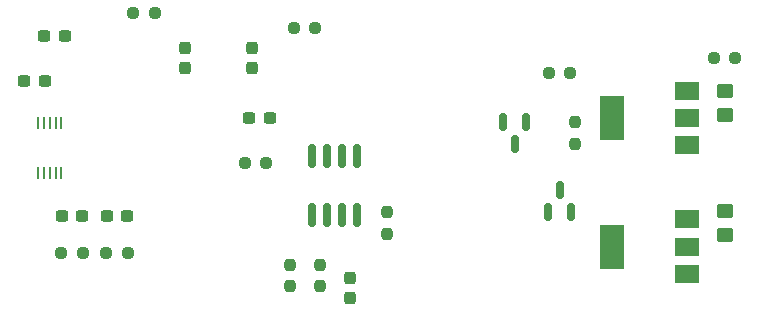
<source format=gbr>
%TF.GenerationSoftware,KiCad,Pcbnew,(6.0.2)*%
%TF.CreationDate,2022-04-20T12:38:45-07:00*%
%TF.ProjectId,audioModule2,61756469-6f4d-46f6-9475-6c65322e6b69,rev?*%
%TF.SameCoordinates,PX48ab840PY7b89fa0*%
%TF.FileFunction,Paste,Top*%
%TF.FilePolarity,Positive*%
%FSLAX46Y46*%
G04 Gerber Fmt 4.6, Leading zero omitted, Abs format (unit mm)*
G04 Created by KiCad (PCBNEW (6.0.2)) date 2022-04-20 12:38:45*
%MOMM*%
%LPD*%
G01*
G04 APERTURE LIST*
G04 Aperture macros list*
%AMRoundRect*
0 Rectangle with rounded corners*
0 $1 Rounding radius*
0 $2 $3 $4 $5 $6 $7 $8 $9 X,Y pos of 4 corners*
0 Add a 4 corners polygon primitive as box body*
4,1,4,$2,$3,$4,$5,$6,$7,$8,$9,$2,$3,0*
0 Add four circle primitives for the rounded corners*
1,1,$1+$1,$2,$3*
1,1,$1+$1,$4,$5*
1,1,$1+$1,$6,$7*
1,1,$1+$1,$8,$9*
0 Add four rect primitives between the rounded corners*
20,1,$1+$1,$2,$3,$4,$5,0*
20,1,$1+$1,$4,$5,$6,$7,0*
20,1,$1+$1,$6,$7,$8,$9,0*
20,1,$1+$1,$8,$9,$2,$3,0*%
G04 Aperture macros list end*
%ADD10RoundRect,0.237500X0.237500X-0.300000X0.237500X0.300000X-0.237500X0.300000X-0.237500X-0.300000X0*%
%ADD11RoundRect,0.150000X-0.150000X0.825000X-0.150000X-0.825000X0.150000X-0.825000X0.150000X0.825000X0*%
%ADD12R,0.250000X1.000000*%
%ADD13RoundRect,0.237500X-0.250000X-0.237500X0.250000X-0.237500X0.250000X0.237500X-0.250000X0.237500X0*%
%ADD14RoundRect,0.250000X-0.450000X0.350000X-0.450000X-0.350000X0.450000X-0.350000X0.450000X0.350000X0*%
%ADD15RoundRect,0.237500X0.250000X0.237500X-0.250000X0.237500X-0.250000X-0.237500X0.250000X-0.237500X0*%
%ADD16RoundRect,0.237500X-0.237500X0.250000X-0.237500X-0.250000X0.237500X-0.250000X0.237500X0.250000X0*%
%ADD17RoundRect,0.237500X0.237500X-0.250000X0.237500X0.250000X-0.237500X0.250000X-0.237500X-0.250000X0*%
%ADD18R,2.000000X3.800000*%
%ADD19R,2.000000X1.500000*%
%ADD20RoundRect,0.150000X0.150000X-0.587500X0.150000X0.587500X-0.150000X0.587500X-0.150000X-0.587500X0*%
%ADD21RoundRect,0.150000X-0.150000X0.587500X-0.150000X-0.587500X0.150000X-0.587500X0.150000X0.587500X0*%
%ADD22RoundRect,0.237500X-0.237500X0.300000X-0.237500X-0.300000X0.237500X-0.300000X0.237500X0.300000X0*%
%ADD23RoundRect,0.237500X-0.300000X-0.237500X0.300000X-0.237500X0.300000X0.237500X-0.300000X0.237500X0*%
G04 APERTURE END LIST*
D10*
%TO.C,C14*%
X40005000Y2545000D03*
X40005000Y4270000D03*
%TD*%
D11*
%TO.C,U$2*%
X40640000Y9595000D03*
X39370000Y9595000D03*
X38100000Y9595000D03*
X36830000Y9595000D03*
X36830000Y14545000D03*
X38100000Y14545000D03*
X39370000Y14545000D03*
X40640000Y14545000D03*
%TD*%
D12*
%TO.C,U$1*%
X13605000Y13131900D03*
X14105000Y13131900D03*
X14605000Y13131900D03*
X15105000Y13131900D03*
X15605000Y13131900D03*
X15605000Y17358100D03*
X15105000Y17358100D03*
X14605000Y17358100D03*
X14105000Y17358100D03*
X13605000Y17358100D03*
%TD*%
D13*
%TO.C,R20*%
X72667500Y22865000D03*
X70842500Y22865000D03*
%TD*%
D14*
%TO.C,R19*%
X71755000Y7895000D03*
X71755000Y9895000D03*
%TD*%
%TO.C,R18*%
X71755000Y18055000D03*
X71755000Y20055000D03*
%TD*%
D15*
%TO.C,R17*%
X56872500Y21595000D03*
X58697500Y21595000D03*
%TD*%
D16*
%TO.C,R16*%
X59055000Y15602500D03*
X59055000Y17427500D03*
%TD*%
D17*
%TO.C,R15*%
X43180000Y9807500D03*
X43180000Y7982500D03*
%TD*%
D15*
%TO.C,R14*%
X35282500Y25405000D03*
X37107500Y25405000D03*
%TD*%
D16*
%TO.C,R13*%
X37465000Y3537500D03*
X37465000Y5362500D03*
%TD*%
%TO.C,R12*%
X34925000Y3537500D03*
X34925000Y5362500D03*
%TD*%
D13*
%TO.C,R10*%
X32940000Y13975000D03*
X31115000Y13975000D03*
%TD*%
D15*
%TO.C,R8*%
X21670000Y26675000D03*
X23495000Y26675000D03*
%TD*%
%TO.C,R4*%
X19407500Y6355000D03*
X21232500Y6355000D03*
%TD*%
D13*
%TO.C,R1*%
X17422500Y6355000D03*
X15597500Y6355000D03*
%TD*%
D18*
%TO.C,Q4*%
X62255000Y6921600D03*
D19*
X68555000Y9221600D03*
X68555000Y6921600D03*
X68555000Y4621600D03*
%TD*%
D18*
%TO.C,Q3*%
X62255000Y17785000D03*
D19*
X68555000Y20085000D03*
X68555000Y17785000D03*
X68555000Y15485000D03*
%TD*%
D20*
%TO.C,Q2*%
X57785000Y11737500D03*
X58735000Y9862500D03*
X56835000Y9862500D03*
%TD*%
D21*
%TO.C,Q1*%
X53975000Y15577500D03*
X53025000Y17452500D03*
X54925000Y17452500D03*
%TD*%
D22*
%TO.C,C15*%
X31750000Y22002500D03*
X31750000Y23727500D03*
%TD*%
D23*
%TO.C,C12*%
X33247500Y17785000D03*
X31522500Y17785000D03*
%TD*%
%TO.C,C11*%
X14197500Y20960000D03*
X12472500Y20960000D03*
%TD*%
D10*
%TO.C,C8*%
X26035000Y23727500D03*
X26035000Y22002500D03*
%TD*%
D23*
%TO.C,C5*%
X21182500Y9530000D03*
X19457500Y9530000D03*
%TD*%
%TO.C,C4*%
X15875000Y24770000D03*
X14150000Y24770000D03*
%TD*%
%TO.C,C2*%
X17372500Y9530000D03*
X15647500Y9530000D03*
%TD*%
M02*

</source>
